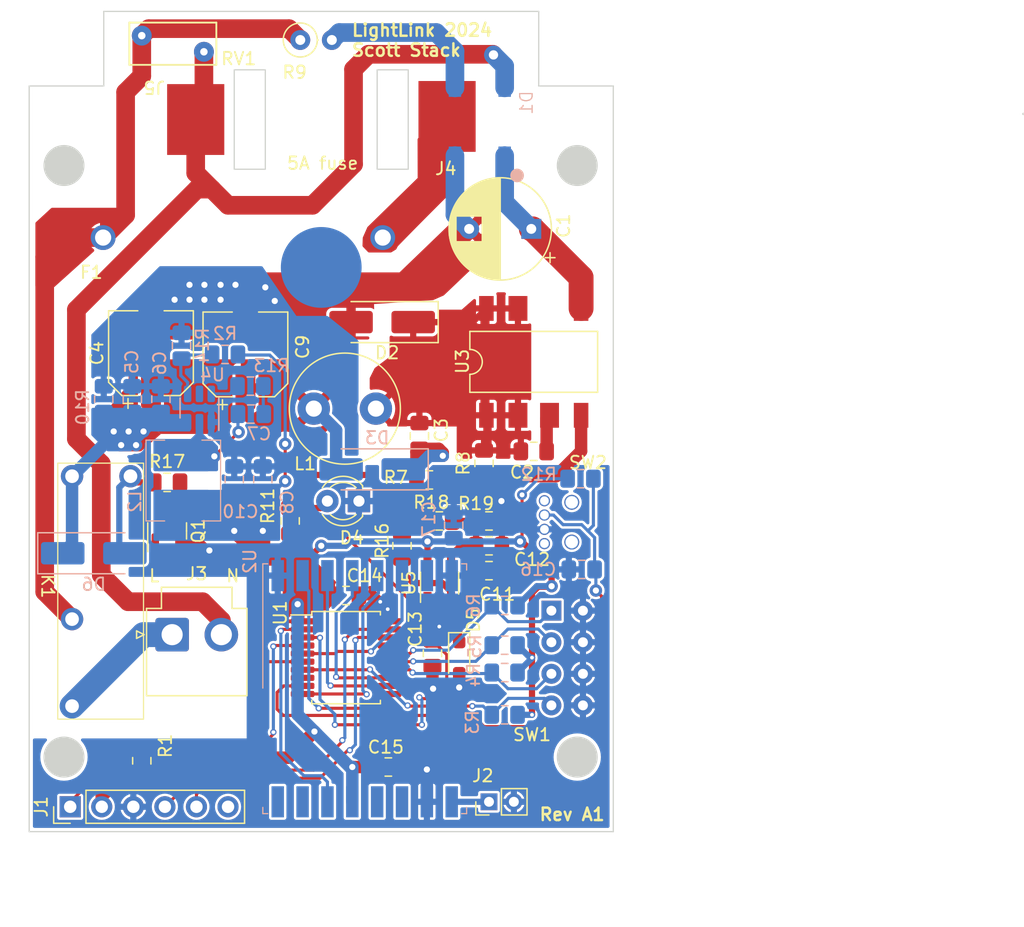
<source format=kicad_pcb>
(kicad_pcb (version 20221018) (generator pcbnew)
  (layers (0 "F.Cu" signal) (31 "B.Cu" signal) (34 "B.Paste" user) (35 "F.Paste" user) (36 "B.SilkS" user "B.Silkscreen") (37 "F.SilkS" user "F.Silkscreen") (38 "B.Mask" user) (39 "F.Mask" user) (44 "Edge.Cuts" user))
  (net 0 "")
  (net 1 "GND")
  (net 2 "Net-(U3-BP)")
  (net 3 "+12V")
  (net 4 "Net-(C7-Pad1)")
  (net 5 "+3.3V")
  (net 6 "POWER_LOSS_INT")
  (net 7 "/microcontroller_logic/BUTTON_IN")
  (net 8 "NEUTRAL_IN")
  (net 9 "Net-(D4-A)")
  (net 10 "Net-(D6-A)")
  (net 11 "LIVE_IN")
  (net 12 "LIVE_IN_FUSED")
  (net 13 "/microcontroller_logic/VPP")
  (net 14 "/microcontroller_logic/ICSPDAT")
  (net 15 "/microcontroller_logic/ICSPCLK")
  (net 17 "/microcontroller_logic/RF_ANT")
  (net 18 "LIVE_OUT")
  (net 19 "Net-(Q1-D)")
  (net 20 "/microcontroller_logic/LOAD_SW0")
  (net 21 "/microcontroller_logic/CHAN_SEL3")
  (net 22 "/microcontroller_logic/CHAN_SEL2")
  (net 23 "/microcontroller_logic/CHAN_SEL1")
  (net 24 "/microcontroller_logic/CHAN_SEL0")
  (net 25 "/microcontroller_logic/DIAG_LED")
  (net 26 "Net-(U4-BOOT)")
  (net 27 "/microcontroller_logic/RF_INT")
  (net 28 "/microcontroller_logic/RF_RESET")
  (net 30 "/microcontroller_logic/SPI_CS")
  (net 31 "/microcontroller_logic/SPI_MISO")
  (net 32 "/microcontroller_logic/SPI_MOSI")
  (net 33 "/microcontroller_logic/SPI_CLK")
  (net 40 "/power/LNK_IN")
  (net 41 "/power/12V_SW")
  (net 42 "/power/12V_FB_DIODE")
  (net 43 "/power/3v3_SW")
  (net 44 "/power/PLI_VREF")
  (net 45 "/power/PLI_SENSE")
  (net 46 "/power/live_fbr_in")
  (net 47 "/power/12V_FB")
  (net 48 "/power/3v3_FB")
  (footprint "Capacitor_SMD:CP_Elec_6.3x7.7" (layer "F.Cu") (at 121.64 97.9 90)
    (fp_text reference "C4")
    (fp_text value "100uF")
  )
  (footprint "fuse_sps:fuseholder_20x5mm_keystone_4628" (layer "F.Cu") (at 129.04 88.6 180)
    (fp_text reference "F1")
    (fp_text value "Fuse")
  )
  (footprint "Capacitor_SMD:C_0805_2012Metric_Pad1.18x1.45mm_HandSolder" (layer "F.Cu") (at 132.84 111.4 90)
    (fp_text reference "R11")
    (fp_text value "600")
  )
  (footprint "Capacitor_SMD:C_0805_2012Metric_Pad1.18x1.45mm_HandSolder" (layer "F.Cu") (at 148.84 113.4 180)
    (fp_text reference "C12")
    (fp_text value "0.1uF")
  )
  (footprint "Capacitor_SMD:C_0805_2012Metric_Pad1.18x1.45mm_HandSolder" (layer "F.Cu") (at 148.84 115.4 180)
    (fp_text reference "C11")
    (fp_text value "0.1uF")
  )
  (footprint "Capacitor_SMD:CP_Elec_6.3x7.7" (layer "F.Cu") (at 129.24 98 90)
    (fp_text reference "C9")
    (fp_text value "100uF")
  )
  (footprint "connectors_sps:conn_harwin_S1941-46R" (layer "F.Cu") (at 145.465 84.35)
    (fp_text reference "J4")
    (fp_text value "Conn_01x01_Socket")
  )
  (footprint "LED_THT:LED_D3.0mm" (layer "F.Cu") (at 138.375 109.8 180)
    (fp_text reference "D4")
    (fp_text value "RED LED")
  )
  (footprint "q_packages_sps:SOT-23_FDV301" (layer "F.Cu") (at 122.94 112.2 90)
    (fp_text reference "Q1")
    (fp_text value "Q_NMOS_DGS")
  )
  (footprint "switches_sps:DIP-8_SW_Horiz_Werth" (layer "F.Cu") (at 156.4 118.62)
    (fp_text reference "SW1")
    (fp_text value "SW_DIP_x04")
  )
  (footprint "Capacitor_SMD:C_0805_2012Metric_Pad1.18x1.45mm_HandSolder" (layer "F.Cu") (at 148.84 111.4)
    (fp_text reference "R19")
    (fp_text value "34k")
  )
  (footprint "Capacitor_SMD:C_0805_2012Metric_Pad1.18x1.45mm_HandSolder" (layer "F.Cu") (at 143.24 104.5625 90)
    (fp_text reference "C3")
    (fp_text value "10uF")
  )
  (footprint "Capacitor_THT:CP_Radial_D8.0mm_P5.00mm" (layer "F.Cu") (at 152.242651 87.9 180)
    (fp_text reference "C1")
    (fp_text value "4.7uF")
  )
  (footprint "Capacitor_SMD:C_0805_2012Metric_Pad1.18x1.45mm_HandSolder" (layer "F.Cu") (at 140.74 131.2 180)
    (fp_text reference "C15")
    (fp_text value "0.1uF")
  )
  (footprint "Connector_PinHeader_2.00mm:PinHeader_1x02_P2.00mm_Vertical" (layer "F.Cu") (at 148.84 134 90)
    (fp_text reference "J2")
    (fp_text value "Wire Antenna")
  )
  (footprint "connectors_sps:conn_harwin_S1941-46R" (layer "F.Cu") (at 125.24 73.6 180)
    (fp_text reference "J5")
    (fp_text value "Conn_01x01_Socket")
  )
  (footprint "Capacitor_SMD:C_0805_2012Metric_Pad1.18x1.45mm_HandSolder" (layer "F.Cu") (at 144.84 111.4)
    (fp_text reference "R18")
    (fp_text value "102k")
  )
  (footprint "Varistor:RV_Disc_D7mm_W3.4mm_P5mm" (layer "F.Cu") (at 120.9 72.35)
    (fp_text reference "RV1")
    (fp_text value "Varistor")
  )
  (footprint "Capacitor_SMD:C_0805_2012Metric_Pad1.18x1.45mm_HandSolder" (layer "F.Cu") (at 148.44 106.7625 90)
    (fp_text reference "R8")
    (fp_text value "2.05k")
  )
  (footprint "Capacitor_SMD:C_0805_2012Metric_Pad1.18x1.45mm_HandSolder" (layer "F.Cu") (at 141.84 113.4 -90)
    (fp_text reference "R16")
    (fp_text value "1k")
  )
  (footprint "Connector_PinHeader_2.54mm:PinHeader_1x06_P2.54mm_Vertical" (layer "F.Cu") (at 115.14 134.4 90)
    (fp_text reference "J1")
    (fp_text value "PIC Programming Header")
  )
  (footprint "Package_DIP:PowerIntegrations_SMD-8B" (layer "F.Cu") (at 152.44 98.6 90)
    (fp_text reference "U3")
    (fp_text value "LNK304G")
  )
  (footprint "Capacitor_SMD:C_0805_2012Metric_Pad1.18x1.45mm_HandSolder" (layer "F.Cu") (at 122.94 108.3)
    (fp_text reference "R17")
    (fp_text value "0")
  )
  (footprint "Connector_JST:JST_VH_B2P-VH-B_1x02_P3.96mm_Vertical" (layer "F.Cu") (at 123.3425 120.55)
    (fp_text reference "J3")
    (fp_text value "Conn_WallSocket")
  )
  (footprint "switches_sps:switch_right_angle_228DD1S1AAFAMSC" (layer "F.Cu") (at 153.3 111.5 -90)
    (fp_text reference "SW2")
    (fp_text value "SW_MEC_5G_2LED")
  )
  (footprint "Inductor_THT:L_Radial_D8.7mm_P5.00mm_Fastron_07HCP" (layer "F.Cu") (at 139.74 102.3625 180)
    (fp_text reference "L1")
    (fp_text value "1mH")
  )
  (footprint "Diode_SMD:D_SOD-323_HandSoldering" (layer "F.Cu") (at 146.44 122.4 -90)
    (fp_text reference "D5")
    (fp_text value "2.7V")
  )
  (footprint "Capacitor_SMD:C_0805_2012Metric_Pad1.18x1.45mm_HandSolder" (layer "F.Cu") (at 152.44 105.8 180)
    (fp_text reference "C2")
    (fp_text value "100nF")
  )
  (footprint "Capacitor_SMD:C_0805_2012Metric_Pad1.18x1.45mm_HandSolder" (layer "F.Cu") (at 120.9 130.7 90)
    (fp_text reference "R1")
    (fp_text value "10k")
  )
  (footprint "Capacitor_SMD:C_0805_2012Metric_Pad1.18x1.45mm_HandSolder" (layer "F.Cu") (at 144.04 108.1 180)
    (fp_text reference "R7")
    (fp_text value "13k")
  )
  (footprint "Capacitor_SMD:C_0805_2012Metric_Pad1.18x1.45mm_HandSolder" (layer "F.Cu") (at 144.29 122.05 90)
    (fp_text reference "C13")
    (fp_text value "0.1uF")
  )
  (footprint "Diode_SMD:D_SMA_Handsoldering" (layer "F.Cu") (at 140.24 95.4 180)
    (fp_text reference "D2")
    (fp_text value "~")
  )
  (footprint "Capacitor_SMD:C_0805_2012Metric_Pad1.18x1.45mm_HandSolder" (layer "F.Cu") (at 137.34 117.4 180)
    (fp_text reference "C14")
    (fp_text value "0.1uF")
  )
  (footprint "Resistor_THT:R_Axial_DIN0207_L6.3mm_D2.5mm_P2.54mm_Vertical" (layer "F.Cu") (at 133.655 72.7)
    (fp_text reference "R9")
    (fp_text value "20")
  )
  (footprint "relays_sps:relay_SPST_NO_panasonic_ALDP112W" (layer "F.Cu") (at 112.84 116.65 -90)
    (fp_text reference "K1")
    (fp_text value "Relay_SPST-NO")
  )
  (footprint "Package_SO:SSOP-20_5.3x7.2mm_P0.65mm" (layer "F.Cu") (at 137.34 122.4)
    (fp_text reference "U1")
    (fp_text value "PIC16F18126")
  )
  (footprint "Package_TO_SOT_SMD:TSOT-23-5_HandSoldering" (layer "F.Cu") (at 144.84 116.4 90)
    (fp_text reference "U5")
    (fp_text value "TLV3201")
  )
  (footprint "Capacitor_SMD:C_0805_2012Metric_Pad1.18x1.45mm_HandSolder" (layer "B.Cu") (at 129.6775 102.8 180)
    (fp_text reference "C7")
    (fp_text value "0.1uF")
  )
  (footprint "Capacitor_SMD:C_0805_2012Metric_Pad1.18x1.45mm_HandSolder" (layer "B.Cu") (at 146 111.75 -90)
    (fp_text reference "C17")
    (fp_text value "0.1uF")
  )
  (footprint "RF_Module:HOPERF_RFM69HW" (layer "B.Cu") (at 138.84 124.9 -90)
    (fp_text reference "U2")
    (fp_text value "RFM69HCW")
  )
  (footprint "Capacitor_SMD:C_0805_2012Metric_Pad1.18x1.45mm_HandSolder" (layer "B.Cu") (at 150.1 123.6 180)
    (fp_text reference "R4")
    (fp_text value "10k")
  )
  (footprint "Capacitor_SMD:C_0805_2012Metric_Pad1.18x1.45mm_HandSolder" (layer "B.Cu") (at 120.14 101.6 90)
    (fp_text reference "C5")
    (fp_text value "10uF")
  )
  (footprint "Package_TO_SOT_SMD:SOT-23-6" (layer "B.Cu") (at 125.54 102.3125 90)
    (fp_text reference "U4")
    (fp_text value "TPS56339DDC")
  )
  (footprint "Capacitor_SMD:C_0805_2012Metric_Pad1.18x1.45mm_HandSolder" (layer "B.Cu") (at 128.34 108.05 90)
    (fp_text reference "C10")
    (fp_text value "22uF")
  )
  (footprint "Capacitor_SMD:C_0805_2012Metric_Pad1.18x1.45mm_HandSolder" (layer "B.Cu") (at 124.1 97.3 90)
    (fp_text reference "R14")
    (fp_text value "10k")
  )
  (footprint "Capacitor_SMD:C_0805_2012Metric_Pad1.18x1.45mm_HandSolder" (layer "B.Cu") (at 129.64 100.55)
    (fp_text reference "R13")
    (fp_text value "30")
  )
  (footprint "Capacitor_SMD:C_0805_2012Metric_Pad1.18x1.45mm_HandSolder" (layer "B.Cu") (at 156.3 115.3)
    (fp_text reference "C16")
    (fp_text value "0.1uF")
  )
  (footprint "Capacitor_SMD:C_0805_2012Metric_Pad1.18x1.45mm_HandSolder" (layer "B.Cu") (at 130.64 108.05 90)
    (fp_text reference "C8")
    (fp_text value "22uF")
  )
  (footprint "Capacitor_SMD:C_0805_2012Metric_Pad1.18x1.45mm_HandSolder" (layer "B.Cu") (at 127.6 98 180)
    (fp_text reference "R2")
    (fp_text value "31.6k")
  )
  (footprint "Diode_SMD:D_SMA_Handsoldering" (layer "B.Cu") (at 139.44 107.25 180)
    (fp_text reference "D3")
    (fp_text value "S1J-13-F")
  )
  (footprint "Diode_SMD:D_SMA_Handsoldering" (layer "B.Cu") (at 117.04 114)
    (fp_text reference "D6")
    (fp_text value "S1J-13-F")
  )
  (footprint "q_packages_sps:SOPA-4" (layer "B.Cu") (at 148.1 79 -90)
    (fp_text reference "D1")
    (fp_text value "D_Bridge_+A-A")
  )
  (footprint "inductors_sps:L_Bourns_SRN5040" (layer "B.Cu") (at 124.24 108.4 -90)
    (fp_text reference "L2")
    (fp_text value "4.7uH")
  )
  (footprint "Capacitor_SMD:C_0805_2012Metric_Pad1.18x1.45mm_HandSolder" (layer "B.Cu") (at 150.1 121.4 180)
    (fp_text reference "R5")
    (fp_text value "10k")
  )
  (footprint "Capacitor_SMD:C_0805_2012Metric_Pad1.18x1.45mm_HandSolder" (layer "B.Cu") (at 122.44 101.6 90)
    (fp_text reference "C6")
    (fp_text value "0.1uF")
  )
  (footprint "Capacitor_SMD:C_0805_2012Metric_Pad1.18x1.45mm_HandSolder" (layer "B.Cu") (at 150.1 118.2 180)
    (fp_text reference "R6")
    (fp_text value "10k")
  )
  (footprint "Capacitor_SMD:C_0805_2012Metric_Pad1.18x1.45mm_HandSolder" (layer "B.Cu") (at 156.2025 108)
    (fp_text reference "R12")
    (fp_text value "10k")
  )
  (footprint "Capacitor_SMD:C_0805_2012Metric_Pad1.18x1.45mm_HandSolder" (layer "B.Cu") (at 117.84 101.6 90)
    (fp_text reference "R10")
    (fp_text value "3.3k")
  )
  (footprint "Capacitor_SMD:C_0805_2012Metric_Pad1.18x1.45mm_HandSolder" (layer "B.Cu") (at 150.1 127 180)
    (fp_text reference "R3")
    (fp_text value "10k")
  )
  (gr_circle (center 135.34 91) (end 138.54 91) (stroke (width 0.1)) (fill solid) (layer "B.Cu"))
  (gr_line (start 152.84 76.4) (end 152.84 70.4) (stroke (width 0.1)) (layer "Edge.Cuts"))
  (gr_line (start 158.84 76.4) (end 152.84 76.4) (stroke (width 0.1)) (layer "Edge.Cuts"))
  (gr_line (start 117.84 76.4) (end 111.84 76.4) (stroke (width 0.1)) (layer "Edge.Cuts"))
  (gr_circle (center 114.64 82.8) (end 116.24 82.8) (stroke (width 0.1)) (fill solid) (layer "Edge.Cuts"))
  (gr_rect (start 128.34 75.1) (end 130.84 83.1) (stroke (width 0.1)) (fill none) (layer "Edge.Cuts"))
  (gr_rect (start 139.84 75.1) (end 142.34 83.1) (stroke (width 0.1)) (fill none) (layer "Edge.Cuts"))
  (gr_circle (center 114.64 130.4) (end 116.24 130.4) (stroke (width 0.1)) (fill solid) (layer "Edge.Cuts"))
  (gr_line (start 152.84 70.4) (end 117.84 70.4) (stroke (width 0.1)) (layer "Edge.Cuts"))
  (gr_line (start 117.84 70.4) (end 117.84 76.4) (stroke (width 0.1)) (layer "Edge.Cuts"))
  (gr_line (start 111.84 136.4) (end 158.84 136.4) (stroke (width 0.1)) (layer "Edge.Cuts"))
  (gr_line (start 158.84 76.4) (end 158.84 136.4) (stroke (width 0.1)) (layer "Edge.Cuts"))
  (gr_circle (center 155.94 82.8) (end 157.54 82.8) (stroke (width 0.1)) (fill solid) (layer "Edge.Cuts"))
  (gr_circle (center 191.84 78.65) (end 191.84 78.65) (stroke (width 0.1)) (fill none) (layer "Edge.Cuts"))
  (gr_circle (center 155.94 130.4) (end 157.54 130.4) (stroke (width 0.1)) (fill solid) (layer "Edge.Cuts"))
  (gr_line (start 111.84 76.4) (end 111.84 136.4) (stroke (width 0.1)) (layer "Edge.Cuts"))
  (gr_text "N" (at 127.6 116.4) (layer "F.SilkS") (effects (font (size 1 1)) (justify left bottom)))
  (gr_text "5A fuse" (at 132.5 83.2) (layer "F.SilkS") (effects (font (size 1 1)) (justify left bottom)))
  (gr_text "Rev A1" (at 152.8 135.6) (layer "F.SilkS") (effects (font (size 1 1) (thickness 0.2) bold) (justify left bottom)))
  (gr_text "L" (at 121.4 116.4) (layer "F.SilkS") (effects (font (size 1 1)) (justify left bottom)))
  (gr_text "LightLink 2024\nScott Stack\n" (at 137.7 74.1) (layer "F.SilkS") (effects (font (size 1 1) (thickness 0.2) bold) (justify left bottom)))
  (segment (start 147.242651 87.9) (end 142.542651 92.6) (width 1.5) (layer "F.Cu") (net 1))
  (segment (start 149.8775 115.4) (end 149.8775 109.8375) (width 0.5) (layer "F.Cu") (net 1))
  (segment (start 144.29 123.0875) (end 144.29 124.85) (width 1) (layer "F.Cu") (net 1))
  (segment (start 141.9775 131.4) (end 141.7775 131.2) (width 1) (layer "F.Cu") (net 1))
  (segment (start 139.34 117.4) (end 138.3775 117.4) (width 0.25) (layer "F.Cu") (net 1))
  (segment (start 143.84 131.4) (end 141.9775 131.4) (width 1) (layer "F.Cu") (net 1))
  (segment (start 123.89 113.1375) (end 125.702 113.1375) (width 0.5) (layer "F.Cu") (net 1))
  (segment (start 125.702 113.1375) (end 126.34 113.7755) (width 0.5) (layer "F.Cu") (net 1))
  (segment (start 146.44 124.8) (end 146.44 123.65) (width 1) (layer "F.Cu") (net 1))
  (segment (start 129.24 93) (end 129.24 95.3) (width 1.5) (layer "F.Cu") (net 1))
  (segment (start 142.542651 92.6) (end 129.64 92.6) (width 1.5) (layer "F.Cu") (net 1))
  (segment (start 128.44 92.4) (end 129.24 93) (width 1.5) (layer "F.Cu") (net 1))
  (segment (start 140.84 118.9) (end 139.34 117.4) (width 0.25) (layer "F.Cu") (net 1))
  (segment (start 144.84 118.11) (end 144.84 119.9) (width 0.5) (layer "F.Cu") (net 1))
  (segment (start 140.84 119.475) (end 140.84 118.9) (width 0.25) (layer "F.Cu") (net 1))
  (segment (start 149.8775 109.8375) (end 149.84 109.8) (width 0.5) (layer "F.Cu") (net 1))
  (segment (start 144.29 124.85) (end 144.34 124.9) (width 1) (layer "F.Cu") (net 1))
  (segment (start 129.64 92.6) (end 128.44 92.4) (width 1.5) (layer "F.Cu") (net 1))
  (via (at 125.94 93.6) (size 1) (drill 0.5) (layers "F.Cu" "B.Cu") (net 1))
  (via (at 149.84 109.8) (size 1) (drill 0.5) (layers "F.Cu" "B.Cu") (net 1))
  (via (at 130.84 92.6) (size 1) (drill 0.5) (layers "F.Cu" "B.Cu") (net 1))
  (via (at 144.34 124.9) (size 1) (drill 0.5) (layers "F.Cu" "B.Cu") (net 1))
  (via (at 146.44 124.8) (size 1) (drill 0.5) (layers "F.Cu" "B.Cu") (net 1))
  (via (at 140.69 118.5) (size 0.5) (drill 0.3) (layers "F.Cu" "B.Cu") (net 1))
  (via (at 140.09 117.906233) (size 0.5) (drill 0.3) (layers "F.Cu" "B.Cu") (net 1))
  (via (at 126.34 113.7755) (size 1) (drill 0.5) (layers "F.Cu" "B.Cu") (net 1))
  (via (at 124.74 92.4) (size 1) (drill 0.5) (layers "F.Cu" "B.Cu") (net 1))
  (via (at 127.24 92.4) (size 1) (drill 0.5) (layers "F.Cu" "B.Cu") (net 1))
  (via (at 124.74 93.6) (size 1) (drill 0.5) (layers "F.Cu" "B.Cu") (net 1))
  (via (at 123.54 93.6) (size 1) (drill 0.5) (layers "F.Cu" "B.Cu") (net 1))
  (via (at 143.84 131.4) (size 1) (drill 0.5) (layers "F.Cu" "B.Cu") (net 1))
  (via (at 128.44 92.4) (size 1) (drill 0.5) (layers "F.Cu" "B.Cu") (net 1))
  (via (at 127.24 93.6) (size 1) (drill 0.5) (layers "F.Cu" "B.Cu") (net 1))
  (via (at 131.6 93.7) (size 1) (drill 0.5) (layers "F.Cu" "B.Cu") (net 1))
  (via (at 144.84 119.9) (size 0.5) (drill 0.3) (layers "F.Cu" "B.Cu") (net 1))
  (via (at 125.94 92.4) (size 1) (drill 0.5) (layers "F.Cu" "B.Cu") (net 1))
  (segment (start 138.375 109.8) (end 149.84 109.8) (width 0.5) (layer "B.Cu") (net 1))
  (segment (start 128.34 107.0125) (end 130.64 107.0125) (width 0.25) (layer "B.Cu") (net 1))
  (segment (start 146.1 86.757349) (end 146.1 82) (width 1.5) (layer "B.Cu") (net 1))
  (segment (start 145.84 118.2) (end 145.84 115.8) (width 0.5) (layer "B.Cu") (net 1))
  (segment (start 144.84 119.9) (end 145.94 118.8) (width 0.5) (layer "B.Cu") (net 1))
  (segment (start 145.94 118.3) (end 145.84 118.2) (width 0.5) (layer "B.Cu") (net 1))
  (segment (start 143.84 134) (end 143.84 131.4) (width 1) (layer "B.Cu") (net 1))
  (segment (start 145.94 118.8) (end 145.94 118.3) (width 0.5) (layer "B.Cu") (net 1))
  (segment (start 128.34 106.3) (end 128.34 107.0125) (width 0.25) (layer "B.Cu") (net 1))
  (segment (start 126.49 104.45) (end 128.34 106.3) (width 0.25) (layer "B.Cu") (net 1))
  (segment (start 147.242651 87.9) (end 146.1 86.757349) (width 1.5) (layer "B.Cu") (net 1))
  (segment (start 155.19 115.4125) (end 155.2025 115.4) (width 0.25) (layer "B.Cu") (net 1))
  (segment (start 126.49 103.45) (end 126.49 104.45) (width 0.25) (layer "B.Cu") (net 1))
  (segment (start 153.4775 105.8) (end 153.4775 103.1325) (width 1) (layer "F.Cu") (net 2))
  (segment (start 153.4775 103.1325) (end 153.71 102.9) (width 1) (layer "F.Cu") (net 2))
  (segment (start 142.8025 111.4) (end 141.84 112.3625) (width 0.5) (layer "F.Cu") (net 3))
  (segment (start 134.9 107.7) (end 133.84 106.64) (width 0.5) (layer "F.Cu") (net 3))
  (segment (start 143.8025 111.4) (end 142.8025 111.4) (width 0.5) (layer "F.Cu") (net 3))
  (segment (start 140.94 111.4625) (end 140.94 109.64) (width 0.5) (layer "F.Cu") (net 3))
  (segment (start 133.84 106.64) (end 133.84 104.4) (width 0.5) (layer "F.Cu") (net 3))
  (segment (start 133.84 104.4) (end 130.14 100.7) (width 0.5) (layer "F.Cu") (net 3))
  (segment (start 140.94 109.64) (end 139 107.7) (width 0.5) (layer "F.Cu") (net 3))
  (segment (start 141.84 112.3625) (end 140.94 111.4625) (width 0.5) (layer "F.Cu") (net 3))
  (segment (start 139 107.7) (end 134.9 107.7) (width 0.5) (layer "F.Cu") (net 3))
  (segment (start 130.14 100.7) (end 129.24 100.7) (width 0.5) (layer "F.Cu") (net 3))
  (via (at 121.04 104.2) (size 1) (drill 0.5) (layers "F.Cu" "B.Cu") (net 3))
  (via (at 119.84 104.2) (size 1) (drill 0.5) (layers "F.Cu" "B.Cu") (net 3))
  (via (at 120.44 105.3) (size 1) (drill 0.5) (layers "F.Cu" "B.Cu") (net 3))
  (via (at 118.64 104.2) (size 1) (drill 0.5) (layers "F.Cu" "B.Cu") (net 3))
  (via (at 119.24 105.3) (size 1) (drill 0.5) (layers "F.Cu" "B.Cu") (net 3))
  (segment (start 115.29 107.8) (end 115.29 113.25) (width 1) (layer "B.Cu") (net 3))
  (segment (start 115.29 113.25) (end 114.54 114) (width 1) (layer "B.Cu") (net 3))
  (segment (start 136.54 107.3625) (end 136.54 104.1) (width 1) (layer "B.Cu") (net 3))
  (segment (start 136.54 104.1) (end 134.8025 102.3625) (width 1) (layer "B.Cu") (net 3))
  (segment (start 118.64 104.2) (end 118.64 104.45) (width 1) (layer "B.Cu") (net 3))
  (segment (start 134.8025 102.3625) (end 134.24 102.3625) (width 1) (layer "B.Cu") (net 3))
  (segment (start 118.64 104.45) (end 115.29 107.8) (width 1) (layer "B.Cu") (net 3))
  (segment (start 130.6775 102.7625) (end 130.715 102.8) (width 0.25) (layer "B.Cu") (net 4))
  (segment (start 130.6775 100.55) (end 130.6775 102.7625) (width 0.25) (layer "B.Cu") (net 4))
  (segment (start 143.94 113) (end 143.89 113.05) (width 0.5) (layer "F.Cu") (net 5))
  (segment (start 151.5 109.3) (end 151.5 112.89) (width 0.25) (layer "F.Cu") (net 5))
  (segment (start 125.15 130.45) (end 132.69 130.45) (width 1) (layer "F.Cu") (net 5))
  (segment (start 151.49 113.05) (end 151.34 113.05) (width 0.5) (layer "F.Cu") (net 5))
  (segment (start 133.44 118.1) (end 135.6025 118.1) (width 1) (layer "F.Cu") (net 5))
  (segment (start 152.8 116.7) (end 152.3 117.2) (width 0.5) (layer "F.Cu") (net 5))
  (segment (start 117.68 134.4) (end 117.68 133.5575) (width 1) (layer "F.Cu") (net 5))
  (segment (start 152.3 117.2) (end 152.3 122.4) (width 0.5) (layer "F.Cu") (net 5))
  (segment (start 153.8775 115.4375) (end 151.49 113.05) (width 0.5) (layer "F.Cu") (net 5))
  (segment (start 119.3 131.9375) (end 123.6625 131.9375) (width 1) (layer "F.Cu") (net 5))
  (segment (start 133.4025 114.5) (end 134.07125 115.16875) (width 1) (layer "F.Cu") (net 5))
  (segment (start 135.6025 118.1) (end 136.3025 117.4) (width 1) (layer "F.Cu") (net 5))
  (segment (start 134.07125 115.16875) (end 135.82125 116.91875) (width 1) (layer "F.Cu") (net 5))
  (segment (start 151.5 112.89) (end 151.34 113.05) (width 0.25) (layer "F.Cu") (net 5))
  (segment (start 152.3 122.4) (end 152.3 127) (width 0.5) (layer "F.Cu") (net 5))
  (segment (start 134.07125 114.66875) (end 134.07125 115.16875) (width 0.5) (layer "F.Cu") (net 5))
  (segment (start 132.44 108.2) (end 132.44 105.2) (width 0.25) (layer "F.Cu") (net 5))
  (segment (start 153.8775 116.65) (end 153.8775 115.4375) (width 0.5) (layer "F.Cu") (net 5))
  (segment (start 153.8775 116.65) (end 153.735024 116.65) (width 0.5) (layer "F.Cu") (net 5))
  (segment (start 129.59 113.45) (end 130.64 114.5) (width 1) (layer "F.Cu") (net 5))
  (segment (start 130.64 112.4) (end 129.59 113.45) (width 1) (layer "F.Cu") (net 5))
  (segment (start 128.34 112.2) (end 129.59 113.45) (width 1) (layer "F.Cu") (net 5))
  (segment (start 132.69 130.45) (end 134.793249 128.346751) (width 1) (layer "F.Cu") (net 5))
  (segment (start 153.735024 116.65) (end 153.685024 116.7) (width 0.5) (layer "F.Cu") (net 5))
  (segment (start 143.89 114.69) (end 143.89 113.05) (width 0.5) (layer "F.Cu") (net 5))
  (segment (start 153.685024 116.7) (end 152.8 116.7) (width 0.5) (layer "F.Cu") (net 5))
  (segment (start 130.64 112.2) (end 130.64 112.4) (width 1) (layer "F.Cu") (net 5))
  (segment (start 135.82125 116.91875) (end 135.82125 117.88125) (width 1) (layer "F.Cu") (net 5))
  (segment (start 135.34 113.4) (end 134.07125 114.66875) (width 0.5) (layer "F.Cu") (net 5))
  (segment (start 117.68 133.5575) (end 119.3 131.9375) (width 1) (layer "F.Cu") (net 5))
  (segment (start 130.64 114.5) (end 133.4025 114.5) (width 1) (layer "F.Cu") (net 5))
  (segment (start 123.6625 131.9375) (end 125.15 130.45) (width 1) (layer "F.Cu") (net 5))
  (segment (start 139.7025 131.2) (end 137.84 131.2) (width 1) (layer "F.Cu") (net 5))
  (via (at 152.3 122.4) (size 0.5) (drill 0.3) (layers "F.Cu" "B.Cu") (net 5))
  (via (at 143.89 113.05) (size 1) (drill 0.5) (layers "F.Cu" "B.Cu") (net 5))
  (via (at 137.84 131.2) (size 1) (drill 0.5) (layers "F.Cu" "B.Cu") (net 5))
  (via (at 133.44 118.1) (size 1) (drill 0.5) (layers "F.Cu" "B.Cu") (net 5))
  (via (at 130.64 112.2) (size 1) (drill 0.5) (layers "F.Cu" "B.Cu") (net 5))
  (via (at 151.5 109.3) (size 0.8) (drill 0.4) (layers "F.Cu" "B.Cu") (net 5))
  (via (at 153.8775 116.65) (size 1) (drill 0.5) (layers "F.Cu" "B.Cu") (net 5))
  (via (at 128.34 112.2) (size 1) (drill 0.5) (layers "F.Cu" "B.Cu") (net 5))
  (via (at 132.44 105.2) (size 1) (drill 0.5) (layers "F.Cu" "B.Cu") (net 5))
  (via (at 134.793249 128.346751) (size 1) (drill 0.5) (layers "F.Cu" "B.Cu") (net 5))
  (via (at 135.34 113.4) (size 1) (drill 0.5) (layers "F.Cu" "B.Cu") (net 5))
  (via (at 152.3 127) (size 0.5) (drill 0.3) (layers "F.Cu" "B.Cu") (net 5))
  (via (at 132.44 108.2) (size 1) (drill 0.5) (layers "F.Cu" "B.Cu") (net 5))
  (via (at 151.34 113.05) (size 1) (drill 0.5) (layers "F.Cu" "B.Cu") (net 5))
  (segment (start 152.3 122.4) (end 152.3 122.4375) (width 0.5) (layer "B.Cu") (net 5))
  (segment (start 134.793249 128.346751) (end 133.44 126.993503) (width 1) (layer "B.Cu") (net 5))
  (segment (start 147 113.05) (end 143.89 113.05) (width 0.5) (layer "B.Cu") (net 5))
  (segment (start 131.19 98.05) (end 128.6775 98.05) (width 0.25) (layer "B.Cu") (net 5))
  (segment (start 134.793249 128.346751) (end 134.968249 128.521751) (width 1) (layer "B.Cu") (net 5))
  (segment (start 131.5525 109.0875) (end 132.44 108.2) (width 0.25) (layer "B.Cu") (net 5))
  (segment (start 153.8775 116.5875) (end 153.8775 116.65) (width 0.5) (layer "B.Cu") (net 5))
  (segment (start 155.165 108.125) (end 155.165 108) (width 0.5) (layer "B.Cu") (net 5))
  (segment (start 137.84 131.2) (end 137.646497 131.2) (width 1) (layer "B.Cu") (net 5))
  (segment (start 151.34 113.05) (end 150.24 113.05) (width 0.5) (layer "B.Cu") (net 5))
  (segment (start 137.34 113.4) (end 135.34 113.4) (width 0.5) (layer "B.Cu") (net 5))
  (segment (start 152.3 122.4375) (end 151.1375 123.6) (width 0.5) (layer "B.Cu") (net 5))
  (segment (start 137.69 113.05) (end 137.34 113.4) (width 0.5) (layer "B.Cu") (net 5))
  (segment (start 130.64 109.0875) (end 131.5525 109.0875) (width 0.25) (layer "B.Cu") (net 5))
  (segment (start 153.8775 116.65) (end 152.6875 116.65) (width 0.5) (layer "B.Cu") (net 5))
  (segment (start 128.34 109.0875) (end 128.34 112.2) (width 1) (layer "B.Cu") (net 5))
  (segment (start 132.44 99.3) (end 131.19 98.05) (width 0.25) (layer "B.Cu") (net 5))
  (segment (start 152.3 127) (end 151.1375 127) (width 0.5) (layer "B.Cu") (net 5))
  (segment (start 150.24 113.05) (end 147 113.05) (width 0.5) (layer "B.Cu") (net 5))
  (segment (start 152.6875 116.65) (end 151.1375 118.2) (width 0.5) (layer "B.Cu") (net 5))
  (segment (start 132.44 105.2) (end 132.44 99.3) (width 0.25) (layer "B.Cu") (net 5))
  (segment (start 152.1375 122.4) (end 151.1375 121.4) (width 0.5) (layer "B.Cu") (net 5))
  (segment (start 155.165 108) (end 155.165 108.175) (width 0.25) (layer "B.Cu") (net 5))
  (segment (start 155.165 108) (end 152.8 108) (width 0.25) (layer "B.Cu") (net 5))
  (segment (start 137.84 134) (end 137.84 131.2) (width 1) (layer "B.Cu") (net 5))
  (segment (start 152.8 108) (end 151.5 109.3) (width 0.25) (layer "B.Cu") (net 5))
  (segment (start 152.3 122.4) (end 152.1375 122.4) (width 0.5) (layer "B.Cu") (net 5))
  (segment (start 137.646497 131.2) (end 134.793249 128.346751) (width 1) (layer "B.Cu") (net 5))
  (segment (start 130.64 109.0875) (end 130.64 112.2) (width 1) (layer "B.Cu") (net 5))
  (segment (start 143.89 113.05) (end 137.69 113.05) (width 0.5) (layer "B.Cu") (net 5))
  (segment (start 133.44 126.993503) (end 133.44 118.1) (width 1) (layer "B.Cu") (net 5))
  (segment (start 143.84 121.3625) (end 143.84 118.16) (width 0.5) (layer "F.Cu") (net 6))
  (segment (start 145.44 125.1) (end 145.44 122.1625) (width 0.25) (layer "F.Cu") (net 6))
  (segment (start 135.215 120.775) (end 135.24 120.8) (width 0.25) (layer "F.Cu") (net 6))
  (segment (start 133.84 120.775) (end 135.215 120.775) (width 0.25) (layer "F.Cu") (net 6))
  (segment (start 143.34 125.7) (end 144.84 125.7) (width 0.25) (layer "F.Cu") (net 6))
  (segment (start 143.24 125.6) (end 143.34 125.7) (width 0.25) (layer "F.Cu") (net 6))
  (segment (start 144.84 125.7) (end 145.44 125.1) (width 0.25) (layer "F.Cu") (net 6))
  (segment (start 136.44 127.8) (end 143.44 127.8) (width 0.25) (layer "F.Cu") (net 6))
  (segment (start 143.84 118.16) (end 143.89 118.11) (width 0.5) (layer "F.Cu") (net 6))
  (segment (start 145.44 122.1625) (end 144.29 121.0125) (width 0.25) (layer "F.Cu") (net 6))
  (via (at 143.24 125.6) (size 0.5) (drill 0.3) (layers "F.Cu" "B.Cu") (net 6))
  (via (at 135.24 120.8) (size 0.5) (drill 0.3) (layers "F.Cu" "B.Cu") (net 6))
  (via (at 143.44 127.8) (size 0.5) (drill 0.3) (layers "F.Cu" "B.Cu") (net 6))
  (via (at 136.44 127.8) (size 0.5) (drill 0.3) (layers "F.Cu" "B.Cu") (net 6))
  (segment (start 143.44 127.8) (end 143.44 125.8) (width 0.25) (layer "B.Cu") (net 6))
  (segment (start 136.44 126.962327) (end 136.44 127.8) (width 0.25) (layer "B.Cu") (net 6))
  (segment (start 143.44 125.8) (end 143.24 125.6) (width 0.25) (layer "B.Cu") (net 6))
  (segment (start 135.24 125.762327) (end 136.44 126.962327) (width 0.25) (layer "B.Cu") (net 6))
  (segment (start 135.24 120.8) (end 135.24 125.762327) (width 0.25) (layer "B.Cu") (net 6))
  (segment (start 156.75 127.95) (end 157.9 126.8) (width 0.25) (layer "F.Cu") (net 7))
  (segment (start 148.44 127.95) (end 156.75 127.95) (width 0.25) (layer "F.Cu") (net 7))
  (segment (start 157.9 117.46) (end 157.44 117) (width 0.25) (layer "F.Cu") (net 7))
  (segment (start 147.54 127.05) (end 148.44 127.95) (width 0.25) (layer "F.Cu") (net 7))
  (segment (start 132.29 127.05) (end 147.54 127.05) (width 0.25) (layer "F.Cu") (net 7))
  (segment (start 131.79 126.55) (end 132.29 127.05) (width 0.25) (layer "F.Cu") (net 7))
  (segment (start 157.9 126.8) (end 157.9 117.46) (width 0.25) (layer "F.Cu") (net 7))
  (segment (start 133.84 124.675) (end 132.315 124.675) (width 0.25) (layer "F.Cu") (net 7))
  (segment (start 132.315 124.675) (end 131.79 125.2) (width 0.25) (layer "F.Cu") (net 7))
  (segment (start 131.79 125.2) (end 131.79 126.55) (width 0.25) (layer "F.Cu") (net 7))
  (via (at 157.44 117) (size 1) (drill 0.5) (layers "F.Cu" "B.Cu") (net 7))
  (segment (start 154.025 110.925) (end 153.3 110.925) (width 0.25) (layer "B.Cu") (net 7))
  (segment (start 157.44 115.725) (end 157.315 115.6) (width 0.25) (layer "B.Cu") (net 7))
  (segment (start 156.8 112.2) (end 156.3 111.7) (width 0.25) (layer "B.Cu") (net 7))
  (segment (start 157.3375 115.3) (end 157.3375 112.7375) (width 0.25) (layer "B.Cu") (net 7))
  (segment (start 157.3375 112.7375) (end 156.8 112.2) (width 0.25) (layer "B.Cu") (net 7))
  (segment (start 154.8 111.7) (end 154.025 110.925) (width 0.25) (layer "B.Cu") (net 7))
  (segment (start 156.3 111.7) (end 154.8 111.7) (width 0.25) (layer "B.Cu") (net 7))
  (segment (start 157.44 115.4025) (end 157.3375 115.3) (width 0.25) (layer "B.Cu") (net 7))
  (segment (start 157.24 108) (end 157.24 111.76) (width 0.25) (layer "B.Cu") (net 7))
  (segment (start 157.44 117) (end 157.44 115.4025) (width 0.25) (layer "B.Cu") (net 7))
  (segment (start 157.24 111.76) (end 156.8 112.2) (width 0.25) (layer "B.Cu") (net 7))
  (segment (start 115.64 104.8) (end 117.64 106.8) (width 1.5) (layer "F.Cu") (net 8))
  (segment (start 125.24 79.1) (end 125.24 83.4) (width 1.5) (layer "F.Cu") (net 8))
  (segment (start 125.34 84.7) (end 115.64 94.4) (width 1.5) (layer "F.Cu") (net 8))
  (segment (start 125.24 83.4) (end 126.54 84.7) (width 1.5) (layer "F.Cu") (net 8))
  (segment (start 126.54 84.7) (end 127.84 86) (width 1.5) (layer "F.Cu") (net 8))
  (segment (start 149.15 73.85) (end 149.2 73.9) (width 1.5) (layer "F.Cu") (net 8))
  (segment (start 125.9 78.44) (end 125.24 79.1) (width 1.5) (layer "F.Cu") (net 8))
  (segment (start 127.3025 119.4025) (end 127.3025 120.55) (width 1.5) (layer "F.Cu") (net 8))
  (segment (start 127.84 86) (end 134.64 86) (width 1.5) (layer "F.Cu") (net 8))
  (segment (start 139.15 73.85) (end 149.15 73.85) (width 1.5) (layer "F.Cu") (net 8))
  (segment (start 119.8 117.9) (end 125.8 117.9) (width 1.5) (layer "F.Cu") (net 8))
  (segment (start 117.64 115.74) (end 119.8 117.9) (width 1.5) (layer "F.Cu") (net 8))
  (segment (start 125.8 117.9) (end 127.3025 119.4025) (width 1.5) (layer "F.Cu") (net 8))
  (segment (start 137.94 82.7) (end 137.94 75.06) (width 1.5) (layer "F.Cu") (net 8))
  (segment (start 134.64 86) (end 137.94 82.7) (width 1.5) (layer "F.Cu") (net 8))
  (segment (start 117.64 106.8) (end 117.64 115.74) (width 1.5) (layer "F.Cu") (net 8))
  (segment (start 137.94 75.06) (end 139.15 73.85) (width 1.5) (layer "F.Cu") (net 8))
  (segment (start 125.9 73.65) (end 125.9 78.44) (width 1.5) (layer "F.Cu") (net 8))
  (segment (start 115.64 94.4) (end 115.64 104.8) (width 1.5) (layer "F.Cu") (net 8))
  (segment (start 126.54 84.7) (end 125.34 84.7) (width 1.5) (layer "F.Cu") (net 8))
  (via (at 149.2 73.9) (size 1.5) (drill 0.75) (layers "F.Cu" "B.Cu") (net 8))
  (segment (start 150.1 74.8) (end 150.1 76.55) (width 1.5) (layer "B.Cu") (net 8))
  (segment (start 149.2 73.9) (end 150.1 74.8) (width 1.5) (layer "B.Cu") (net 8))
  (segment (start 132.84 110.3625) (end 135.2725 110.3625) (width 0.5) (layer "F.Cu") (net 9))
  (segment (start 135.2725 110.3625) (end 135.835 109.8) (width 0.5) (layer "F.Cu") (net 9))
  (segment (start 120.29 108.3) (end 119.64 107.65) (width 0.5) (layer "F.Cu") (net 10))
  (segment (start 121.9025 108.3) (end 120.49 108.3) (width 0.5) (layer "F.Cu") (net 10))
  (segment (start 120.49 108.3) (end 119.99 107.8) (width 0.5) (layer "F.Cu") (net 10))
  (segment (start 119.54 114) (end 119.09 113.55) (width 0.5) (layer "B.Cu") (net 10))
  (segment (start 119.54 107.75) (end 119.64 107.65) (width 0.5) (layer "B.Cu") (net 10))
  (segment (start 119.09 108.7) (end 119.99 107.8) (width 0.5) (layer "B.Cu") (net 10))
  (segment (start 119.09 113.55) (end 119.09 108.7) (width 0.5) (layer "B.Cu") (net 10))
  (segment (start 141.1 88.6) (end 140.29 88.6) (width 1.5) (layer "F.Cu") (net 11))
  (segment (start 145.465 84.235) (end 141.1 88.6) (width 1.5) (layer "F.Cu") (net 11))
  (segment (start 145.465 78.85) (end 145.465 84.235) (width 1.5) (layer "F.Cu") (net 11))
  (segment (start 132.742871 71.787871) (end 133.655 72.7) (width 1.5) (layer "F.Cu") (net 12))
  (segment (start 117.79 88.6) (end 114.64 88.6) (width 1.5) (layer "F.Cu") (net 12))
  (segment (start 119.6 76.9) (end 120.9 75.6) (width 1.5) (layer "F.Cu") (net 12))
  (segment (start 117.79 88.6) (end 119.6 86.79) (width 1.5) (layer "F.Cu") (net 12))
  (segment (start 120.9 72.35) (end 121.462129 71.787871) (width 1.5) (layer "F.Cu") (net 12))
  (segment (start 114.64 88.6) (end 113.09 90.15) (width 1.5) (layer "F.Cu") (net 12))
  (segment (start 113.09 90.15) (end 113.09 117.1) (width 1.5) (layer "F.Cu") (net 12))
  (segment (start 113.09 117.1) (end 115.29 119.3) (width 1.5) (layer "F.Cu") (net 12))
  (segment (start 120.9 75.6) (end 120.9 72.35) (width 1.5) (layer "F.Cu") (net 12))
  (segment (start 121.462129 71.787871) (end 132.742871 71.787871) (width 1.5) (layer "F.Cu") (net 12))
  (segment (start 119.6 86.79) (end 119.6 76.9) (width 1.5) (layer "F.Cu") (net 12))
  (segment (start 119.3 129.8625) (end 115.14 134.0225) (width 0.25) (layer "F.Cu") (net 13))
  (segment (start 115.14 134.0225) (end 115.14 134.4) (width 0.25) (layer "F.Cu") (net 13))
  (segment (start 131.49 128.4) (end 131.49 128.55) (width 0.25) (layer "F.Cu") (net 13))
  (segment (start 130.69 129.35) (end 119.8125 129.35) (width 0.25) (layer "F.Cu") (net 13))
  (segment (start 133.84 121.425) (end 131.565 121.425) (width 0.25) (layer "F.Cu") (net 13))
  (segment (start 131.49 128.55) (end 130.69 129.35) (width 0.25) (layer "F.Cu") (net 13))
  (segment (start 131.565 121.425) (end 131.49 121.5) (width 0.25) (layer "F.Cu") (net 13))
  (segment (start 119.8125 129.35) (end 119.3 129.8625) (width 0.25) (layer "F.Cu") (net 13))
  (via (at 131.49 128.4) (size 0.5) (drill 0.3) (layers "F.Cu" "B.Cu") (net 13))
  (via (at 131.49 121.5) (size 0.5) (drill 0.3) (layers "F.Cu" "B.Cu") (net 13))
  (segment (start 131.49 128.4) (end 131.49 121.5) (width 0.25) (layer "B.Cu") (net 13))
  (segment (start 137.04 129.15) (end 134.74 131.45) (width 0.25) (layer "F.Cu") (net 14))
  (segment (start 137.04 129.05) (end 137.04 129.15) (width 0.25) (layer "F.Cu") (net 14))
  (segment (start 134.74 131.45) (end 125.71 131.45) (width 0.25) (layer "F.Cu") (net 14))
  (segment (start 125.71 131.45) (end 122.76 134.4) (width 0.25) (layer "F.Cu") (net 14))
  (segment (start 138.065 120.125) (end 137.24 120.95) (width 0.25) (layer "F.Cu") (net 14))
  (segment (start 140.84 120.125) (end 138.065 120.125) (width 0.25) (layer "F.Cu") (net 14))
  (via (at 137.04 129.05) (size 0.5) (drill 0.3) (layers "F.Cu" "B.Cu") (net 14))
  (via (at 137.24 120.95) (size 0.5) (drill 0.3) (layers "F.Cu" "B.Cu") (net 14))
  (segment (start 137.24 128.85) (end 137.04 129.05) (width 0.25) (layer "B.Cu") (net 14))
  (segment (start 137.24 120.95) (end 137.24 128.85) (width 0.25) (layer "B.Cu") (net 14))
  (segment (start 137.64 129.85) (end 137.49 129.85) (width 0.25) (layer "F.Cu") (net 15))
  (segment (start 128.479946 132.1) (end 127.679946 132.9) (width 0.25) (layer "F.Cu") (net 15))
  (segment (start 125.3 133.39) (end 125.3 134.4) (width 0.25) (layer "F.Cu") (net 15))
  (segment (start 138.315 120.775) (end 138.09 121) (width 0.25) (layer "F.Cu") (net 15))
  (segment (start 125.79 132.9) (end 125.3 133.39) (width 0.25) (layer "F.Cu") (net 15))
  (segment (start 127.679946 132.9) (end 125.79 132.9) (width 0.25) (layer "F.Cu") (net 15))
  (segment (start 137.49 129.85) (end 135.24 132.1) (width 0.25) (layer "F.Cu") (net 15))
  (segment (start 135.24 132.1) (end 128.479946 132.1) (width 0.25) (layer "F.Cu") (net 15))
  (segment (start 140.84 120.775) (end 138.315 120.775) (width 0.25) (layer "F.Cu") (net 15))
  (via (at 137.64 129.85) (size 0.5) (drill 0.3) (layers "F.Cu" "B.Cu") (net 15))
  (via (at 138.09 121) (size 0.5) (drill 0.3) (layers "F.Cu" "B.Cu") (net 15))
  (segment (start 138.09 129.4) (end 137.64 129.85) (width 0.25) (layer "B.Cu") (net 15))
  (segment (start 138.09 121) (end 138.09 129.4) (width 0.25) (layer "B.Cu") (net 15))
  (segment (start 145.84 134) (end 148.84 134) (width 0.5) (layer "B.Cu") (net 17))
  (segment (start 121.04 120.55) (end 123.3425 120.55) (width 2) (layer "B.Cu") (net 18))
  (segment (start 115.29 126.3) (end 121.04 120.55) (width 2) (layer "B.Cu") (net 18))
  (segment (start 122.94 110.35) (end 123.9775 109.3125) (width 0.5) (layer "F.Cu") (net 19))
  (segment (start 123.9775 109.3125) (end 123.9775 108.3) (width 0.5) (layer "F.Cu") (net 19))
  (segment (start 122.94 111.2625) (end 122.94 110.35) (width 0.5) (layer "F.Cu") (net 19))
  (segment (start 122.94 111.2625) (end 122.94 110.6) (width 0.25) (layer "F.Cu") (net 19))
  (segment (start 131.015 122.725) (end 130.59 122.3) (width 0.25) (layer "F.Cu") (net 20))
  (segment (start 130.59 116.5) (end 128.69 114.6) (width 0.25) (layer "F.Cu") (net 20))
  (segment (start 123.19 114.6) (end 121.99 113.4) (width 0.25) (layer "F.Cu") (net 20))
  (segment (start 128.69 114.6) (end 123.19 114.6) (width 0.25) (layer "F.Cu") (net 20))
  (segment (start 133.84 122.725) (end 131.015 122.725) (width 0.25) (layer "F.Cu") (net 20))
  (segment (start 130.59 122.3) (end 130.59 116.5) (width 0.25) (layer "F.Cu") (net 20))
  (segment (start 121.99 113.4) (end 121.99 113.1375) (width 0.25) (layer "F.Cu") (net 20))
  (segment (start 142.29 126.25) (end 142.32 126.22) (width 0.25) (layer "F.Cu") (net 21))
  (segment (start 133.84 123.375) (end 139.2395 123.375) (width 0.25) (layer "F.Cu") (net 21))
  (segment (start 139.2395 123.375) (end 139.2645 123.35) (width 0.25) (layer "F.Cu") (net 21))
  (segment (start 142.34 126.3) (end 147.5 126.3) (width 0.25) (layer "F.Cu") (net 21))
  (segment (start 142.29 126.25) (end 142.34 126.3) (width 0.25) (layer "F.Cu") (net 21))
  (via (at 139.2645 123.35) (size 0.5) (drill 0.3) (layers "F.Cu" "B.Cu") (net 21))
  (via (at 147.5 126.3) (size 0.5) (drill 0.3) (layers "F.Cu" "B.Cu") (net 21))
  (via (at 142.29 126.25) (size 0.5) (drill 0.3) (layers "F.Cu" "B.Cu") (net 21))
  (segment (start 149.0625 127) (end 150.384629 125.677871) (width 0.25) (layer "B.Cu") (net 21))
  (segment (start 150.384629 125.677871) (end 153.297871 125.677871) (width 0.25) (layer "B.Cu") (net 21))
  (segment (start 139.2645 123.35) (end 142.1645 126.25) (width 0.25) (layer "B.Cu") (net 21))
  (segment (start 147.5 126.3) (end 148.3625 126.3) (width 0.25) (layer "B.Cu") (net 21))
  (segment (start 153.297871 125.677871) (end 153.86 126.24) (width 0.25) (layer "B.Cu") (net 21))
  (segment (start 148.3625 126.3) (end 149.0625 127) (width 0.25) (layer "B.Cu") (net 21))
  (segment (start 142.1645 126.25) (end 142.29 126.25) (width 0.25) (layer "B.Cu") (net 21))
  (segment (start 142.465 123.375) (end 142.69 123.6) (width 0.25) (layer "F.Cu") (net 22))
  (segment (start 140.84 123.375) (end 142.465 123.375) (width 0.25) (layer "F.Cu") (net 22))
  (via (at 142.69 123.6) (size 0.5) (drill 0.3) (layers "F.Cu" "B.Cu") (net 22))
  (segment (start 150.3625 124.9) (end 152.66 124.9) (width 0.25) (layer "B.Cu") (net 22))
  (segment (start 149.0625 123.6) (end 150.3625 124.9) (width 0.25) (layer "B.Cu") (net 22))
  (segment (start 149.36 123.7) (end 149.34 123.68) (width 0.25) (layer "B.Cu") (net 22))
  (segment (start 142.69 123.6) (end 142.77 123.68) (width 0.25) (layer "B.Cu") (net 22))
  (segment (start 142.77 123.68) (end 149.34 123.68) (width 0.25) (layer "B.Cu") (net 22))
  (segment (start 152.66 124.9) (end 153.86 123.7) (width 0.25) (layer "B.Cu") (net 22))
  (segment (start 142.715 122.725) (end 142.74 122.7) (width 0.25) (layer "F.Cu") (net 23))
  (segment (start 140.84 122.725) (end 142.715 122.725) (width 0.25) (layer "F.Cu") (net 23))
  (via (at 142.74 122.7) (size 0.5) (drill 0.3) (layers "F.Cu" "B.Cu") (net 23))
  (segment (start 152.8 120.1) (end 153.86 121.16) (width 0.25) (layer "B.Cu") (net 23))
  (segment (start 149.0625 121.4) (end 150.3625 120.1) (width 0.25) (layer "B.Cu") (net 23))
  (segment (start 142.74 122.7) (end 147.78 122.7) (width 0.25) (layer "B.Cu") (net 23))
  (segment (start 147.78 122.7) (end 149.34 121.14) (width 0.25) (layer "B.Cu") (net 23))
  (segment (start 149.4 121.2) (end 149.34 121.14) (width 0.25) (layer "B.Cu") (net 23))
  (segment (start 150.3625 120.1) (end 152.8 120.1) (width 0.25) (layer "B.Cu") (net 23))
  (segment (start 142.465 122.075) (end 142.74 121.8) (width 0.25) (layer "F.Cu") (net 24))
  (segment (start 140.84 122.075) (end 142.465 122.075) (width 0.25) (layer "F.Cu") (net 24))
  (via (at 142.74 121.8) (size 0.5) (drill 0.3) (layers "F.Cu" "B.Cu") (net 24))
  (segment (start 150.3625 119.5) (end 152.98 119.5) (width 0.25) (layer "B.Cu") (net 24))
  (segment (start 145.6 121.8) (end 148.7 118.7) (width 0.25) (layer "B.Cu") (net 24))
  (segment (start 148.7 118.7) (end 149.44 118.7) (width 0.25) (layer "B.Cu") (net 24))
  (segment (start 152.98 119.5) (end 153.86 118.62) (width 0.25) (layer "B.Cu") (net 24))
  (segment (start 149.0625 118.2) (end 150.3625 119.5) (width 0.25) (layer "B.Cu") (net 24))
  (segment (start 142.74 121.8) (end 145.6 121.8) (width 0.25) (layer "B.Cu") (net 24))
  (segment (start 142.44 117.75) (end 137.1275 112.4375) (width 0.25) (layer "F.Cu") (net 25))
  (segment (start 140.84 121.425) (end 141.79 121.425) (width 0.25) (layer "F.Cu") (net 25))
  (segment (start 141.79 121.425) (end 142.44 120.775) (width 0.25) (layer "F.Cu") (net 25))
  (segment (start 137.1275 112.4375) (end 132.84 112.4375) (width 0.25) (layer "F.Cu") (net 25))
  (segment (start 142.44 120.775) (end 142.44 117.75) (width 0.25) (layer "F.Cu") (net 25))
  (segment (start 127.9775 101.175) (end 128.6025 100.55) (width 0.25) (layer "B.Cu") (net 26))
  (segment (start 126.49 101.175) (end 127.9775 101.175) (width 0.25) (layer "B.Cu") (net 26))
  (segment (start 133.84 120.125) (end 132.215 120.125) (width 0.25) (layer "F.Cu") (net 27))
  (segment (start 132.215 120.125) (end 132.09 120.25) (width 0.25) (layer "F.Cu") (net 27))
  (via (at 132.09 120.25) (size 0.5) (drill 0.3) (layers "F.Cu" "B.Cu") (net 27))
  (segment (start 135.34 131.9) (end 135.84 132.4) (width 0.25) (layer "B.Cu") (net 27))
  (segment (start 133.94 131.9) (end 135.34 131.9) (width 0.25) (layer "B.Cu") (net 27))
  (segment (start 132.09 120.25) (end 132.09 130.05) (width 0.25) (layer "B.Cu") (net 27))
  (segment (start 132.09 130.05) (end 133.94 131.9) (width 0.25) (layer "B.Cu") (net 27))
  (segment (start 135.84 132.4) (end 135.84 134) (width 0.25) (layer "B.Cu") (net 27))
  (segment (start 136.465 122.075) (end 136.64 121.9) (width 0.25) (layer "F.Cu") (net 28))
  (segment (start 133.84 122.075) (end 136.465 122.075) (width 0.25) (layer "F.Cu") (net 28))
  (segment (start 136.64 121.9) (end 139.34 121.9) (width 0.25) (layer "F.Cu") (net 28))
  (via (at 139.34 121.9) (size 0.5) (drill 0.3) (layers "F.Cu" "B.Cu") (net 28))
  (segment (start 141.84 119.4) (end 141.84 115.8) (width 0.25) (layer "B.Cu") (net 28))
  (segment (start 139.34 121.9) (end 141.84 119.4) (width 0.25) (layer "B.Cu") (net 28))
  (segment (start 133.84 125.325) (end 138.965 125.325) (width 0.25) (layer "F.Cu") (net 30))
  (segment (start 138.965 125.325) (end 138.99 125.35) (width 0.25) (layer "F.Cu") (net 30))
  (via (at 138.99 125.35) (size 0.5) (drill 0.3) (layers "F.Cu" "B.Cu") (net 30))
  (segment (start 138.69 118.45) (end 139.94 117.2) (width 0.25) (layer "B.Cu") (net 30))
  (segment (start 138.99 125.35) (end 138.69 125.05) (width 0.25) (layer "B.Cu") (net 30))
  (segment (start 139.94 117.2) (end 139.94 115.9) (width 0.25) (layer "B.Cu") (net 30))
  (segment (start 139.94 115.9) (end 139.84 115.8) (width 0.25) (layer "B.Cu") (net 30))
  (segment (start 138.69 125.05) (end 138.69 118.45) (width 0.25) (layer "B.Cu") (net 30))
  (segment (start 140.84 125.325) (end 139.6895 126.4755) (width 0.25) (layer "F.Cu") (net 31))
  (segment (start 139.6895 126.4755) (end 135.14 126.4755) (width 0.25) (layer "F.Cu") (net 31))
  (via (at 135.14 126.4755) (size 0.5) (drill 0.3) (layers "F.Cu" "B.Cu") (net 31))
  (segment (start 134.34 117.05) (end 133.84 116.55) (width 0.25) (layer "B.Cu") (net 31))
  (segment (start 133.84 116.55) (end 133.84 115.8) (width 0.25) (layer "B.Cu") (net 31))
  (segment (start 135.14 126.4755) (end 134.34 125.6755) (width 0.25) (layer "B.Cu") (net 31))
  (segment (start 134.34 125.6755) (end 134.34 117.05) (width 0.25) (layer "B.Cu") (net 31))
  (segment (start 140.84 124.675) (end 136.115 124.675) (width 0.25) (layer "F.Cu") (net 32))
  (segment (start 136.115 124.675) (end 136.09 124.65) (width 0.25) (layer "F.Cu") (net 32))
  (via (at 136.09 124.65) (size 0.5) (drill 0.3) (layers "F.Cu" "B.Cu") (net 32))
  (segment (start 135.84 124.4) (end 135.84 115.8) (width 0.25) (layer "B.Cu") (net 32))
  (segment (start 136.09 124.65) (end 135.84 124.4) (width 0.25) (layer "B.Cu") (net 32))
  (segment (start 136.615 124.025) (end 136.54 123.95) (width 0.25) (layer "F.Cu") (net 33))
  (segment (start 140.84 124.025) (end 136.615 124.025) (width 0.25) (layer "F.Cu") (net 33))
  (via (at 136.54 123.95) (size 0.5) (drill 0.3) (layers "F.Cu" "B.Cu") (net 33))
  (segment (start 136.54 118.75) (end 137.84 117.45) (width 0.25) (layer "B.Cu") (net 33))
  (segment (start 136.54 123.95) (end 136.54 118.75) (width 0.25) (layer "B.Cu") (net 33))
  (segment (start 137.84 117.45) (end 137.84 115.8) (width 0.25) (layer "B.Cu") (net 33))
  (segment (start 152.242651 87.9) (end 152.34 87.9) (width 2) (layer "F.Cu") (net 40))
  (segment (start 152.34 87.9) (end 156.25 91.81) (width 2) (layer "F.Cu") (net 40))
  (segment (start 156.25 91.81) (end 156.25 94.3) (width 2) (layer "F.Cu") (net 40))
  (segment (start 150.1 85.757349) (end 152.242651 87.9) (width 1.5) (layer "B.Cu") (net 40))
  (segment (start 150.1 85.757349) (end 150.1 82) (width 1.5) (layer "B.Cu") (net 40))
  (segment (start 147.4675 95.4625) (end 148.63 94.3) (width 0.5) (layer "F.Cu") (net 41))
  (segment (start 147.405 95.4) (end 142.74 95.4) (width 0.5) (layer "F.Cu") (net 41))
  (segment (start 139.8775 103) (end 139.24 102.3625) (width 0.5) (layer "F.Cu") (net 41))
  (segment (start 143.24 103.525) (end 143.24 103.44) (width 0.25) (layer "F.Cu") (net 41))
  (segment (start 147.4675 95.4625) (end 147.405 95.4) (width 0.5) (layer "F.Cu") (net 41))
  (segment (start 148.8025 103.3025) (end 148.4 102.9) (width 0.5) (layer "F.Cu") (net 41))
  (segment (start 148.4 94.3) (end 148.4 102.9) (width 0.5) (layer "F.Cu") (net 41))
  (segment (start 150.8775 102.9625) (end 150.94 102.9) (width 1) (layer "F.Cu") (net 41))
  (segment (start 148.8025 105.8) (end 148.8025 103.3025) (width 0.5) (layer "F.Cu") (net 41))
  (segment (start 143.0025 108.1) (end 143.0025 105.8375) (width 1) (layer "F.Cu") (net 42))
  (segment (start 143.0025 105.8375) (end 143.24 105.6) (width 1) (layer "F.Cu") (net 42))
  (segment (start 145.122134 106.158614) (end 145.122134 105.922134) (width 1) (layer "F.Cu") (net 42))
  (segment (start 144.8 105.6) (end 143.24 105.6) (width 1) (layer "F.Cu") (net 42))
  (segment (start 145.122134 105.922134) (end 144.8 105.6) (width 1) (layer "F.Cu") (net 42))
  (via (at 145.122134 106.158614) (size 1) (drill 0.5) (layers "F.Cu" "B.Cu") (net 42))
  (segment (start 145.122134 106.158614) (end 144.043886 106.158614) (width 1) (layer "B.Cu") (net 42))
  (segment (start 142.84 107.3625) (end 141.54 107.3625) (width 1) (layer "B.Cu") (net 42))
  (segment (start 144.043886 106.158614) (end 142.84 107.3625) (width 1) (layer "B.Cu") (net 42))
  (segment (start 128.69 104.25) (end 126.74 106.2) (width 0.25) (layer "F.Cu") (net 43))
  (via (at 128.69 104.25) (size 1) (drill 0.5) (layers "F.Cu" "B.Cu") (net 43))
  (via (at 126.74 106.2) (size 1) (drill 0.5) (layers "F.Cu" "B.Cu") (net 43))
  (segment (start 128.69 104.25) (end 128.64 104.2) (width 0.25) (layer "B.Cu") (net 43))
  (segment (start 128.64 104.2) (end 128.64 102.8) (width 0.25) (layer "B.Cu") (net 43))
  (segment (start 126.74 106.2) (end 126.54 106.4) (width 0.25) (layer "B.Cu") (net 43))
  (segment (start 126.54 106.4) (end 124.24 106.4) (width 0.25) (layer "B.Cu") (net 43))
  (segment (start 141.84 115.5) (end 142.74 116.4) (width 0.5) (layer "F.Cu") (net 44))
  (segment (start 147.8025 115.4) (end 147.8025 116.9375) (width 0.5) (layer "F.Cu") (net 44))
  (segment (start 145.091396 116.4) (end 145.79 117.098604) (width 0.5) (layer "F.Cu") (net 44))
  (segment (start 141.84 114.4375) (end 141.84 115.5) (width 0.5) (layer "F.Cu") (net 44))
  (segment (start 146.63 118.11) (end 145.79 118.11) (width 0.5) (layer "F.Cu") (net 44))
  (segment (start 146.44 121.15) (end 146.44 120.3) (width 0.5) (layer "F.Cu") (net 44))
  (segment (start 145.79 119.65) (end 145.79 118.11) (width 0.5) (layer "F.Cu") (net 44))
  (segment (start 146.44 120.3) (end 145.79 119.65) (width 0.5) (layer "F.Cu") (net 44))
  (segment (start 145.79 117.098604) (end 145.79 118.11) (width 0.5) (layer "F.Cu") (net 44))
  (segment (start 142.74 116.4) (end 145.091396 116.4) (width 0.5) (layer "F.Cu") (net 44))
  (segment (start 147.8025 116.9375) (end 146.63 118.11) (width 0.5) (layer "F.Cu") (net 44))
  (segment (start 146.54 113.4) (end 145.79 114.15) (width 0.5) (layer "F.Cu") (net 45))
  (segment (start 145.79 114.15) (end 145.79 114.69) (width 0.5) (layer "F.Cu") (net 45))
  (segment (start 146.54 113.4) (end 147.8025 113.4) (width 0.5) (layer "F.Cu") (net 45))
  (segment (start 145.8775 111.4) (end 147.8025 111.4) (width 0.5) (layer "F.Cu") (net 45))
  (segment (start 147.8025 113.4) (end 147.8025 111.4) (width 0.5) (layer "F.Cu") (net 45))
  (segment (start 136.195 72.7) (end 136.795 72.1) (width 1.5) (layer "B.Cu") (net 46))
  (segment (start 144.6 72.1) (end 146.1 73.6) (width 1.5) (layer "B.Cu") (net 46))
  (segment (start 146.1 73.6) (end 146.1 76.55) (width 1.5) (layer "B.Cu") (net 46))
  (segment (start 136.795 72.1) (end 144.6 72.1) (width 1.5) (layer "B.Cu") (net 46))
  (segment (start 148.44 107.8) (end 154.24 107.8) (width 1) (layer "F.Cu") (net 47))
  (segment (start 156.25 105.79) (end 156.25 102.9) (width 1) (layer "F.Cu") (net 47))
  (segment (start 145.0775 108.1) (end 148.14 108.1) (width 1) (layer "F.Cu") (net 47))
  (segment (start 148.14 108.1) (end 148.44 107.8) (width 1) (layer "F.Cu") (net 47))
  (segment (start 154.24 107.8) (end 156.25 105.79) (width 1) (layer "F.Cu") (net 47))
  (segment (start 124.59 100.25) (end 124.04 99.7) (width 0.25) (layer "B.Cu") (net 48))
  (segment (start 126.6025 98.05) (end 124.4275 98.05) (width 0.25) (layer "B.Cu") (net 48))
  (segment (start 124.59 101.175) (end 124.59 100.25) (width 0.25) (layer "B.Cu") (net 48))
  (segment (start 124.4275 98.05) (end 124.04 98.4375) (width 0.25) (layer "B.Cu") (net 48))
  (segment (start 124.04 99.7) (end 124.04 98.4375) (width 0.25) (layer "B.Cu") (net 48))
  (zone (net 41) (net_name "/power/12V_SW") (layer "F.Cu") (priority 2) (connect_pads (clearance 0.5)) (min_thickness 0.25) (fill yes (thermal_gap 0.25) (thermal_bridge_width 0.5) (smoothing chamfer) (radius 0.5))
    (polygon (pts (xy 152.24 93) (xy 152.24 106.4) (xy 146.24 106.4) (xy 146.24 103.8) (xy 139.24 103.8) (xy 139.24 99.4) (xy 140.84 98.2) (xy 140.84 94.4) (xy 146.64 94.4) (xy 148.24 93)))
  )
  (zone (net 11) (net_name "LIVE_IN") (layer "F.Cu") (priority 1) (connect_pads yes (clearance 0.5)) (min_thickness 0.25) (fill yes (thermal_gap 0.25) (thermal_bridge_width 0.5) (smoothing chamfer) (radius 0.5))
    (polygon (pts (xy 145.2 85.5) (xy 141.5 89.3) (xy 141.24 89.8) (xy 138.64 89.8) (xy 138.7 88.1) (xy 143.1 83.8) (xy 143.09 80.15) (xy 145.2 80.2) (xy 145.2 81.9)))
  )
  (zone (net 5) (net_name "+3.3V") (layer "F.Cu") (priority 9) (connect_pads (clearance 0.02)) (min_thickness 0.25) (fill yes (thermal_gap 0.2) (thermal_bridge_width 0.3))
    (polygon (pts (xy 132.24 114) (xy 132.24 119.7) (xy 134.84 119.7) (xy 134.84 118.8) (xy 135.54 118.1) (xy 136.94 118.1) (xy 136.94 116.7) (xy 134.24 114)))
  )
  (zone (net 5) (net_name "+3.3V") (layer "F.Cu") (priority 8) (connect_pads yes (clearance 0.02)) (min_thickness 0.25) (fill yes (thermal_gap 0.25) (thermal_bridge_width 0.75))
    (polygon (pts (xy 131.24 114.2) (xy 129.54 114.2) (xy 127.64 112.3) (xy 127.64 111.2) (xy 131.24 111.2)))
  )
  (zone (net 1) (net_name "GND") (layer "F.Cu") (priority 11) (connect_pads (clearance 0.02)) (min_thickness 0.25) (fill yes (thermal_gap 0.2) (thermal_bridge_width 0.8))
    (polygon (pts (xy 139.09 119.65) (xy 139.09 118.9) (xy 138.84 118.65) (xy 137.74 118.65) (xy 137.74 116.45) (xy 139.14 116.45) (xy 139.64 116.95) (xy 141.34 118.65) (xy 141.69 119.05) (xy 141.69 119.65)))
  )
  (zone (net 12) (net_name "LIVE_IN_FUSED") (layer "F.Cu") (priority 12) (connect_pads (clearance 0.2)) (min_thickness 0.25) (fill yes (thermal_gap 0.2) (thermal_bridge_width 0.5))
    (polygon (pts (xy 119.84 86.2) (xy 116.14 86.2) (xy 113.64 86.2) (xy 112.34 87.4) (xy 112.34 92.6) (xy 113.84 92.6) (xy 119.84 87.2)))
  )
  (zone (net 1) (net_name "GND") (layer "F.Cu") (priority 3) (connect_pads (clearance 0.5)) (min_thickness 0.25) (fill yes (thermal_gap 0.25) (thermal_bridge_width 0.75) (smoothing chamfer) (radius 0.5))
    (polygon (pts (xy 141.64 91.4) (xy 147.04 86.2) (xy 149.04 86.2) (xy 149.04 89.6) (xy 144.84 93.6) (xy 139.59 93.95) (xy 139.64 96.8) (xy 120.44 96.8) (xy 120.44 92.6) (xy 122.64 92.6) (xy 124.44 91.4) (xy 130.04 91.4)))
  )
  (zone (net 3) (net_name "+12V") (layer "F.Cu") (priority 4) (connect_pads (clearance 0.5)) (min_thickness 0.25) (fill yes (thermal_gap 0.25) (thermal_bridge_width 0.75) (smoothing chamfer) (radius 0.5))
    (polygon (pts (xy 136.04 104.4) (xy 119.84 104.4) (xy 119.84 98.4) (xy 136.04 98.4)))
  )
  (zone (net 3) (net_name "+12V") (layer "F.Cu") (priority 10) (connect_pads (clearance 0.02)) (min_thickness 0.25) (fill yes (thermal_gap 0.2) (thermal_bridge_width 0.3))
    (polygon (pts (xy 122.44 104.4) (xy 120.84 105.8) (xy 119.04 105.8) (xy 117.84 104.5) (xy 117.84 102.8) (xy 119.84 100.4) (xy 119.84 102.4)))
  )
  (zone (net 5) (net_name "+3.3V") (layer "B.Cu") (priority 7) (connect_pads yes (clearance 0.02)) (min_thickness 0.25) (fill yes (thermal_gap 0.25) (thermal_bridge_width 0.75))
    (polygon (pts (xy 121.84 108.4) (xy 121.84 113) (xy 132.04 113) (xy 132.04 108.4)))
  )
  (zone (net 3) (net_name "+12V") (layer "B.Cu") (priority 6) (connect_pads yes (clearance 0.3)) (min_thickness 0.25) (fill yes (thermal_gap 0.25) (thermal_bridge_width 0.75))
    (polygon (pts (xy 124.84 102.8) (xy 124.84 104.2) (xy 121.64 104.2) (xy 120.04 105.8) (xy 118.14 105.8) (xy 116.84 104.5) (xy 116.84 102.3) (xy 122.64 102.3) (xy 123.14 102.8)))
  )
  (zone (net 0) (net_name "") (layer "B.Cu") (name "under_3v3_sw") (connect_pads (clearance 0)) (min_thickness 0.25)
    (keepout (tracks allowed) (vias allowed) (pads allowed) (copperpour not_allowed) (footprints allowed))
    (fill (thermal_gap 0.2) (thermal_bridge_width 0.5))
    (polygon (pts (xy 121.84 107.4) (xy 121.84 108.9) (xy 127.34 108.9) (xy 127.34 107.4)))
  )
  (zone (net 1) (net_name "GND") (layer "B.Cu") (priority 3) (connect_pads (clearance 0.2)) (min_thickness 0.25) (fill yes (thermal_gap 0.2) (thermal_bridge_width 0.5))
    (polygon (pts (xy 122.34 90.9) (xy 130.59 90.9) (xy 133.34 94.9) (xy 135.84 94.9) (xy 138.34 96.9) (xy 138.34 97.9) (xy 138.34 98.4) (xy 138.34 106.9) (xy 158.84 106.9) (xy 158.84 136.4) (xy 111.84 136.4) (xy 111.84 128.9) (xy 129.34 128.9) (xy 129.34 115.9) (xy 119.84 115.9) (xy 119.84 106.4) (xy 116.84 102.9) (xy 116.84 96.4)))
  )
  (zone (net 43) (net_name "/power/3v3_SW") (layer "B.Cu") (priority 5) (connect_pads yes (clearance 0.02)) (min_thickness 0.25) (fill yes (thermal_gap 0.25) (thermal_bridge_width 0.75))
    (polygon (pts (xy 121.84 107.6) (xy 127.04 107.6) (xy 127.04 105.4) (xy 126.44 104.8) (xy 126.24 104.8) (xy 125.84 104.4) (xy 125.84 102.8) (xy 125.24 102.8) (xy 125.24 104.4) (xy 124.84 104.8) (xy 121.84 104.8)))
  )
)
</source>
